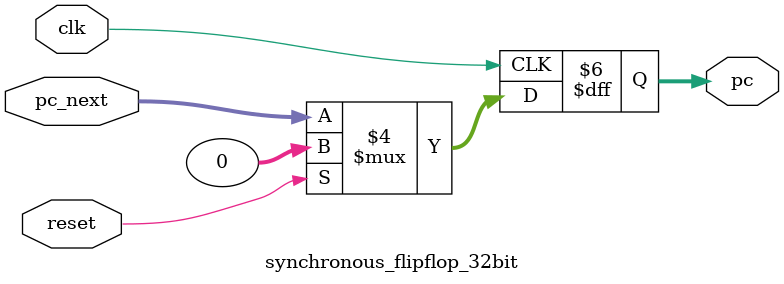
<source format=sv>
module synchronous_flipflop_32bit#(parameter N=32)
(input logic clk, input logic reset, input logic [N-1:0]pc_next, output logic [N-1:0]pc);
always @ (posedge clk)
begin
if(reset==1)
pc<=0;
else
pc<=pc_next;
end
endmodule

</source>
